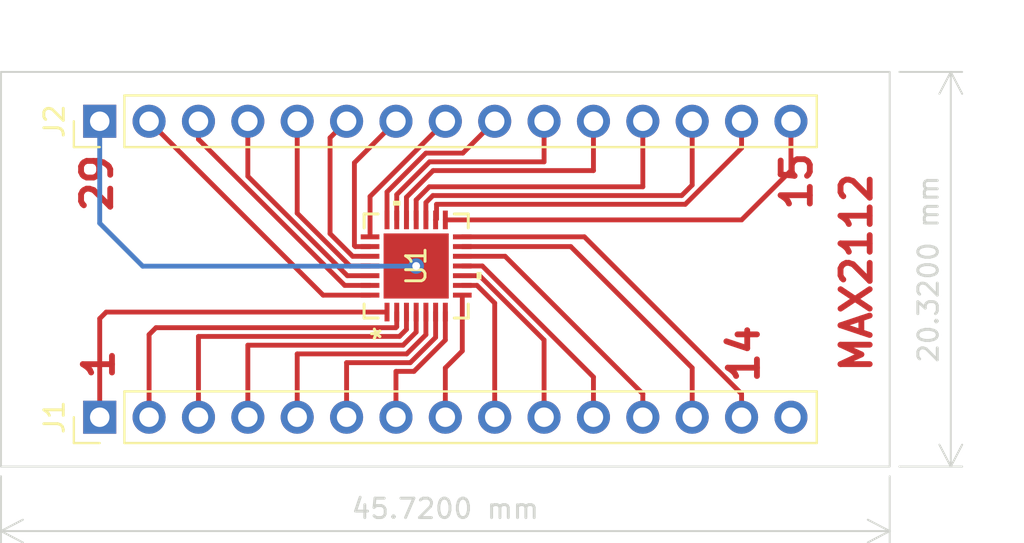
<source format=kicad_pcb>
(kicad_pcb (version 20221018) (generator pcbnew)
  (layers (0 "F.Cu" signal) (31 "B.Cu" signal) (34 "B.Paste" user) (35 "F.Paste" user) (36 "B.SilkS" user "B.Silkscreen") (37 "F.SilkS" user "F.Silkscreen") (38 "B.Mask" user) (39 "F.Mask" user) (44 "Edge.Cuts" user))
  (net 0 "")
  (net 1 "Net-(J2-Pin_1)")
  (net 2 "Net-(J2-Pin_2)")
  (net 3 "Net-(J2-Pin_3)")
  (net 4 "Net-(J2-Pin_4)")
  (net 5 "Net-(J2-Pin_5)")
  (net 6 "Net-(J2-Pin_6)")
  (net 7 "Net-(J2-Pin_7)")
  (net 8 "Net-(J2-Pin_8)")
  (net 9 "Net-(J2-Pin_9)")
  (net 10 "Net-(J2-Pin_10)")
  (net 11 "Net-(J2-Pin_11)")
  (net 12 "Net-(J2-Pin_12)")
  (net 13 "Net-(J2-Pin_13)")
  (net 14 "Net-(J2-Pin_14)")
  (net 15 "Net-(J1-Pin_14)")
  (net 16 "Net-(J1-Pin_13)")
  (net 17 "Net-(J1-Pin_12)")
  (net 18 "Net-(J1-Pin_11)")
  (net 19 "Net-(J1-Pin_10)")
  (net 20 "Net-(J1-Pin_9)")
  (net 21 "Net-(J1-Pin_8)")
  (net 22 "Net-(J1-Pin_7)")
  (net 23 "Net-(J1-Pin_6)")
  (net 24 "Net-(J1-Pin_5)")
  (net 25 "Net-(J1-Pin_4)")
  (net 26 "Net-(J1-Pin_3)")
  (net 27 "Net-(J1-Pin_2)")
  (net 28 "Net-(J1-Pin_1)")
  (net 30 "Net-(J2-Pin_15)")
  (footprint "footprints:21-0140L_T2855-3_MXM" (layer "F.Cu") (at 141.8741 95.02 90)
    (fp_text reference "U1" (at 0 0 90 unlocked) (layer "F.SilkS"))
    (fp_text value "MAX2121ETI+")
    (fp_text user "*" (at -3.4877 -1.75 90 unlocked) (layer "F.SilkS"))
    (fp_text user "*" (at -3.4877 -1.75 90) (layer "F.SilkS"))
    (fp_line (start -2.6797 -2.6797) (end -2.6797 -1.96014) (stroke (width 0.1524)) (layer "F.SilkS"))
    (fp_line (start -2.6797 1.96014) (end -2.6797 2.6797) (stroke (width 0.1524)) (layer "F.SilkS"))
    (fp_line (start -2.6797 2.6797) (end -1.96014 2.6797) (stroke (width 0.1524)) (layer "F.SilkS"))
    (fp_line (start -1.96014 -2.6797) (end -2.6797 -2.6797) (stroke (width 0.1524)) (layer "F.SilkS"))
    (fp_line (start 1.96014 2.6797) (end 2.6797 2.6797) (stroke (width 0.1524)) (layer "F.SilkS"))
    (fp_line (start 2.6797 -2.6797) (end 1.96014 -2.6797) (stroke (width 0.1524)) (layer "F.SilkS"))
    (fp_line (start 2.6797 -1.96014) (end 2.6797 -2.6797) (stroke (width 0.1524)) (layer "F.SilkS"))
    (fp_line (start 2.6797 2.6797) (end 2.6797 1.96014) (stroke (width 0.1524)) (layer "F.SilkS"))
    (fp_poly (pts (xy -0.690499 3.106699) (xy -0.690499 3.360699) (xy -0.309499 3.360699) (xy -0.309499 3.106699)) (fill solid) (layer "F.SilkS"))
    (fp_poly (pts (xy 3.360699 -1.190501) (xy 3.360699 -0.809501) (xy 3.106699 -0.809501) (xy 3.106699 -1.190501)) (fill solid) (layer "F.SilkS"))
    (pad "1" smd rect (at -2.3725 -1.5 180) (size 0.2548 0.960399) (layers "F.Cu" "F.Paste" "F.Mask") (net 28 "Net-(J1-Pin_1)"))
    (pad "2" smd rect (at -2.3725 -1.000001 180) (size 0.2548 0.960399) (layers "F.Cu" "F.Paste" "F.Mask") (net 27 "Net-(J1-Pin_2)"))
    (pad "3" smd rect (at -2.3725 -0.499999 180) (size 0.2548 0.960399) (layers "F.Cu" "F.Paste" "F.Mask") (net 26 "Net-(J1-Pin_3)"))
    (pad "4" smd rect (at -2.3725 0 180) (size 0.2548 0.960399) (layers "F.Cu" "F.Paste" "F.Mask") (net 25 "Net-(J1-Pin_4)"))
    (pad "5" smd rect (at -2.3725 0.499999 180) (size 0.2548 0.960399) (layers "F.Cu" "F.Paste" "F.Mask") (net 24 "Net-(J1-Pin_5)"))
    (pad "6" smd rect (at -2.3725 1.000001 180) (size 0.2548 0.960399) (layers "F.Cu" "F.Paste" "F.Mask") (net 23 "Net-(J1-Pin_6)"))
    (pad "7" smd rect (at -2.3725 1.5 180) (size 0.2548 0.960399) (layers "F.Cu" "F.Paste" "F.Mask") (net 22 "Net-(J1-Pin_7)"))
    (pad "8" smd rect (at -1.5 2.3725 90) (size 0.2548 0.960399) (layers "F.Cu" "F.Paste" "F.Mask") (net 21 "Net-(J1-Pin_8)"))
    (pad "9" smd rect (at -1.000001 2.3725 90) (size 0.2548 0.960399) (layers "F.Cu" "F.Paste" "F.Mask") (net 20 "Net-(J1-Pin_9)"))
    (pad "10" smd rect (at -0.499999 2.3725 90) (size 0.2548 0.960399) (layers "F.Cu" "F.Paste" "F.Mask") (net 19 "Net-(J1-Pin_10)"))
    (pad "11" smd rect (at 0 2.3725 90) (size 0.2548 0.960399) (layers "F.Cu" "F.Paste" "F.Mask") (net 18 "Net-(J1-Pin_11)"))
    (pad "12" smd rect (at 0.499999 2.3725 90) (size 0.2548 0.960399) (layers "F.Cu" "F.Paste" "F.Mask") (net 17 "Net-(J1-Pin_12)"))
    (pad "13" smd rect (at 1.000001 2.3725 90) (size 0.2548 0.960399) (layers "F.Cu" "F.Paste" "F.Mask") (net 16 "Net-(J1-Pin_13)"))
    (pad "14" smd rect (at 1.5 2.3725 90) (size 0.2548 0.960399) (layers "F.Cu" "F.Paste" "F.Mask") (net 15 "Net-(J1-Pin_14)"))
    (pad "15" smd rect (at 2.3725 1.5 180) (size 0.2548 0.960399) (layers "F.Cu" "F.Paste" "F.Mask") (net 30 "Net-(J2-Pin_15)"))
    (pad "16" smd rect (at 2.3725 1.000001 180) (size 0.2548 0.960399) (layers "F.Cu" "F.Paste" "F.Mask") (net 14 "Net-(J2-Pin_14)"))
    (pad "17" smd rect (at 2.3725 0.499999 180) (size 0.2548 0.960399) (layers "F.Cu" "F.Paste" "F.Mask") (net 13 "Net-(J2-Pin_13)"))
    (pad "18" smd rect (at 2.3725 0 180) (size 0.2548 0.960399) (layers "F.Cu" "F.Paste" "F.Mask") (net 12 "Net-(J2-Pin_12)"))
    (pad "19" smd rect (at 2.3725 -0.499999 180) (size 0.2548 0.960399) (layers "F.Cu" "F.Paste" "F.Mask") (net 11 "Net-(J2-Pin_11)"))
    (pad "20" smd rect (at 2.3725 -1.000001 180) (size 0.2548 0.960399) (layers "F.Cu" "F.Paste" "F.Mask") (net 10 "Net-(J2-Pin_10)"))
    (pad "21" smd rect (at 2.3725 -1.5 180) (size 0.2548 0.960399) (layers "F.Cu" "F.Paste" "F.Mask") (net 9 "Net-(J2-Pin_9)"))
    (pad "22" smd rect (at 1.5 -2.3725 90) (size 0.2548 0.960399) (layers "F.Cu" "F.Paste" "F.Mask") (net 8 "Net-(J2-Pin_8)"))
    (pad "23" smd rect (at 1.000001 -2.3725 90) (size 0.2548 0.960399) (layers "F.Cu" "F.Paste" "F.Mask") (net 7 "Net-(J2-Pin_7)"))
    (pad "24" smd rect (at 0.499999 -2.3725 90) (size 0.2548 0.960399) (layers "F.Cu" "F.Paste" "F.Mask") (net 6 "Net-(J2-Pin_6)"))
    (pad "25" smd rect (at 0 -2.3725 90) (size 0.2548 0.960399) (layers "F.Cu" "F.Paste" "F.Mask") (net 5 "Net-(J2-Pin_5)"))
    (pad "26" smd rect (at -0.499999 -2.3725 90) (size 0.2548 0.960399) (layers "F.Cu" "F.Paste" "F.Mask") (net 4 "Net-(J2-Pin_4)"))
    (pad "27" smd rect (at -1.000001 -2.3725 90) (size 0.2548 0.960399) (layers "F.Cu" "F.Paste" "F.Mask") (net 3 "Net-(J2-Pin_3)"))
    (pad "28" smd rect (at -1.5 -2.3725 90) (size 0.2548 0.960399) (layers "F.Cu" "F.Paste" "F.Mask") (net 2 "Net-(J2-Pin_2)"))
    (pad "29" smd rect (at 0 0 90) (size 3.3528 3.3528) (layers "F.Cu" "F.Mask") (net 1 "Net-(J2-Pin_1)"))
  )
  (footprint "Connector_PinHeader_2.54mm:PinHeader_1x15_P2.54mm_Vertical" (layer "F.Cu") (at 125.5941 102.8075 90)
    (fp_text reference "J1" (at 0 -2.33 90) (layer "F.SilkS"))
    (fp_text value "Conn_01x15_Pin")
    (fp_line (start -1.33 -1.33) (end 0 -1.33) (stroke (width 0.12)) (layer "F.SilkS"))
    (fp_line (start -1.33 0) (end -1.33 -1.33) (stroke (width 0.12)) (layer "F.SilkS"))
    (fp_line (start -1.33 1.27) (end -1.33 36.89) (stroke (width 0.12)) (layer "F.SilkS"))
    (fp_line (start -1.33 1.27) (end 1.33 1.27) (stroke (width 0.12)) (layer "F.SilkS"))
    (fp_line (start -1.33 36.89) (end 1.33 36.89) (stroke (width 0.12)) (layer "F.SilkS"))
    (fp_line (start 1.33 1.27) (end 1.33 36.89) (stroke (width 0.12)) (layer "F.SilkS"))
    (pad "1" thru_hole rect (at 0 0 90) (size 1.7 1.7) (drill 1) (layers "*.Cu" "*.Mask") (net 28 "Net-(J1-Pin_1)"))
    (pad "2" thru_hole oval (at 0 2.54 90) (size 1.7 1.7) (drill 1) (layers "*.Cu" "*.Mask") (net 27 "Net-(J1-Pin_2)"))
    (pad "3" thru_hole oval (at 0 5.08 90) (size 1.7 1.7) (drill 1) (layers "*.Cu" "*.Mask") (net 26 "Net-(J1-Pin_3)"))
    (pad "4" thru_hole oval (at 0 7.62 90) (size 1.7 1.7) (drill 1) (layers "*.Cu" "*.Mask") (net 25 "Net-(J1-Pin_4)"))
    (pad "5" thru_hole oval (at 0 10.16 90) (size 1.7 1.7) (drill 1) (layers "*.Cu" "*.Mask") (net 24 "Net-(J1-Pin_5)"))
    (pad "6" thru_hole oval (at 0 12.7 90) (size 1.7 1.7) (drill 1) (layers "*.Cu" "*.Mask") (net 23 "Net-(J1-Pin_6)"))
    (pad "7" thru_hole oval (at 0 15.24 90) (size 1.7 1.7) (drill 1) (layers "*.Cu" "*.Mask") (net 22 "Net-(J1-Pin_7)"))
    (pad "8" thru_hole oval (at 0 17.78 90) (size 1.7 1.7) (drill 1) (layers "*.Cu" "*.Mask") (net 21 "Net-(J1-Pin_8)"))
    (pad "9" thru_hole oval (at 0 20.32 90) (size 1.7 1.7) (drill 1) (layers "*.Cu" "*.Mask") (net 20 "Net-(J1-Pin_9)"))
    (pad "10" thru_hole oval (at 0 22.86 90) (size 1.7 1.7) (drill 1) (layers "*.Cu" "*.Mask") (net 19 "Net-(J1-Pin_10)"))
    (pad "11" thru_hole oval (at 0 25.4 90) (size 1.7 1.7) (drill 1) (layers "*.Cu" "*.Mask") (net 18 "Net-(J1-Pin_11)"))
    (pad "12" thru_hole oval (at 0 27.94 90) (size 1.7 1.7) (drill 1) (layers "*.Cu" "*.Mask") (net 17 "Net-(J1-Pin_12)"))
    (pad "13" thru_hole oval (at 0 30.48 90) (size 1.7 1.7) (drill 1) (layers "*.Cu" "*.Mask") (net 16 "Net-(J1-Pin_13)"))
    (pad "14" thru_hole oval (at 0 33.02 90) (size 1.7 1.7) (drill 1) (layers "*.Cu" "*.Mask") (net 15 "Net-(J1-Pin_14)"))
    (pad "15" thru_hole oval (at 0 35.56 90) (size 1.7 1.7) (drill 1) (layers "*.Cu" "*.Mask"))
  )
  (footprint "Connector_PinHeader_2.54mm:PinHeader_1x15_P2.54mm_Vertical" (layer "F.Cu") (at 125.5941 87.5675 90)
    (fp_text reference "J2" (at 0 -2.33 90) (layer "F.SilkS"))
    (fp_text value "Conn_01x15_Pin")
    (fp_line (start -1.33 -1.33) (end 0 -1.33) (stroke (width 0.12)) (layer "F.SilkS"))
    (fp_line (start -1.33 0) (end -1.33 -1.33) (stroke (width 0.12)) (layer "F.SilkS"))
    (fp_line (start -1.33 1.27) (end -1.33 36.89) (stroke (width 0.12)) (layer "F.SilkS"))
    (fp_line (start -1.33 1.27) (end 1.33 1.27) (stroke (width 0.12)) (layer "F.SilkS"))
    (fp_line (start -1.33 36.89) (end 1.33 36.89) (stroke (width 0.12)) (layer "F.SilkS"))
    (fp_line (start 1.33 1.27) (end 1.33 36.89) (stroke (width 0.12)) (layer "F.SilkS"))
    (pad "1" thru_hole rect (at 0 0 90) (size 1.7 1.7) (drill 1) (layers "*.Cu" "*.Mask") (net 1 "Net-(J2-Pin_1)"))
    (pad "2" thru_hole oval (at 0 2.54 90) (size 1.7 1.7) (drill 1) (layers "*.Cu" "*.Mask") (net 2 "Net-(J2-Pin_2)"))
    (pad "3" thru_hole oval (at 0 5.08 90) (size 1.7 1.7) (drill 1) (layers "*.Cu" "*.Mask") (net 3 "Net-(J2-Pin_3)"))
    (pad "4" thru_hole oval (at 0 7.62 90) (size 1.7 1.7) (drill 1) (layers "*.Cu" "*.Mask") (net 4 "Net-(J2-Pin_4)"))
    (pad "5" thru_hole oval (at 0 10.16 90) (size 1.7 1.7) (drill 1) (layers "*.Cu" "*.Mask") (net 5 "Net-(J2-Pin_5)"))
    (pad "6" thru_hole oval (at 0 12.7 90) (size 1.7 1.7) (drill 1) (layers "*.Cu" "*.Mask") (net 6 "Net-(J2-Pin_6)"))
    (pad "7" thru_hole oval (at 0 15.24 90) (size 1.7 1.7) (drill 1) (layers "*.Cu" "*.Mask") (net 7 "Net-(J2-Pin_7)"))
    (pad "8" thru_hole oval (at 0 17.78 90) (size 1.7 1.7) (drill 1) (layers "*.Cu" "*.Mask") (net 8 "Net-(J2-Pin_8)"))
    (pad "9" thru_hole oval (at 0 20.32 90) (size 1.7 1.7) (drill 1) (layers "*.Cu" "*.Mask") (net 9 "Net-(J2-Pin_9)"))
    (pad "10" thru_hole oval (at 0 22.86 90) (size 1.7 1.7) (drill 1) (layers "*.Cu" "*.Mask") (net 10 "Net-(J2-Pin_10)"))
    (pad "11" thru_hole oval (at 0 25.4 90) (size 1.7 1.7) (drill 1) (layers "*.Cu" "*.Mask") (net 11 "Net-(J2-Pin_11)"))
    (pad "12" thru_hole oval (at 0 27.94 90) (size 1.7 1.7) (drill 1) (layers "*.Cu" "*.Mask") (net 12 "Net-(J2-Pin_12)"))
    (pad "13" thru_hole oval (at 0 30.48 90) (size 1.7 1.7) (drill 1) (layers "*.Cu" "*.Mask") (net 13 "Net-(J2-Pin_13)"))
    (pad "14" thru_hole oval (at 0 33.02 90) (size 1.7 1.7) (drill 1) (layers "*.Cu" "*.Mask") (net 14 "Net-(J2-Pin_14)"))
    (pad "15" thru_hole oval (at 0 35.56 90) (size 1.7 1.7) (drill 1) (layers "*.Cu" "*.Mask") (net 30 "Net-(J2-Pin_15)"))
  )
  (gr_rect (start 120.5141 105.3475) (end 166.2341 85.0275) (stroke (width 0.1)) (fill none) (layer "Edge.Cuts"))
  (gr_text "15" (at 162.3241 92.2875 90) (layer "F.Cu") (effects (font (size 1.5 1.5) (thickness 0.3) bold) (justify left bottom)))
  (gr_text "29" (at 126.3341 92.3775 90) (layer "F.Cu") (effects (font (size 1.5 1.5) (thickness 0.3) bold) (justify left bottom)))
  (gr_text "1" (at 126.4241 100.9875 90) (layer "F.Cu") (effects (font (size 1.5 1.5) (thickness 0.3) bold) (justify left bottom)))
  (gr_text "MAX2112" (at 165.4041 100.6275 90) (layer "F.Cu") (effects (font (size 1.5 1.5) (thickness 0.3) bold) (justify left bottom)))
  (gr_text "14" (at 159.6041 101.1675 90) (layer "F.Cu") (effects (font (size 1.5 1.5) (thickness 0.3) bold) (justify left bottom)))
  (dimension (type aligned) (layer "Edge.Cuts") (pts (xy 166.2341 105.3475) (xy 120.5141 105.3475)) (height -3.323) (gr_text "45,7200 mm" (at 143.3741 107.5205) (layer "Edge.Cuts") (effects (font (size 1 1) (thickness 0.15)))) (format (prefix "") (suffix "") (units 3) (units_format 1) (precision 4)) (style (thickness 0.1) (arrow_length 1.27) (text_position_mode 0) (extension_height 0.58642) (extension_offset 0.5) keep_text_aligned))
  (dimension (type aligned) (layer "Edge.Cuts") (pts (xy 166.2341 105.3475) (xy 166.2341 85.0275)) (height 3.142999) (gr_text "20,3200 mm" (at 168.227099 95.1875 90) (layer "Edge.Cuts") (effects (font (size 1 1) (thickness 0.15)))) (format (prefix "") (suffix "") (units 3) (units_format 1) (precision 4)) (style (thickness 0.1) (arrow_length 1.27) (text_position_mode 0) (extension_height 0.58642) (extension_offset 0.5) keep_text_aligned))
  (via (at 141.8741 95.02) (size 0.8) (drill 0.4) (layers "F.Cu" "B.Cu") (net 1))
  (segment (start 127.8041 95.0275) (end 141.8666 95.0275) (width 0.25) (layer "B.Cu") (net 1))
  (segment (start 125.5941 92.8175) (end 127.8041 95.0275) (width 0.25) (layer "B.Cu") (net 1))
  (segment (start 141.8666 95.0275) (end 141.8741 95.02) (width 0.25) (layer "B.Cu") (net 1))
  (segment (start 125.5941 87.5675) (end 125.5941 92.8175) (width 0.25) (layer "B.Cu") (net 1))
  (segment (start 139.5016 96.52) (end 137.0866 96.52) (width 0.25) (layer "F.Cu") (net 2))
  (segment (start 137.0866 96.52) (end 128.1341 87.5675) (width 0.25) (layer "F.Cu") (net 2))
  (segment (start 130.6741 88.495683) (end 130.6741 87.5675) (width 0.25) (layer "F.Cu") (net 3))
  (segment (start 139.5016 96.020001) (end 138.198418 96.020001) (width 0.25) (layer "F.Cu") (net 3))
  (segment (start 138.198418 96.020001) (end 130.6741 88.495683) (width 0.25) (layer "F.Cu") (net 3))
  (segment (start 138.334812 95.519999) (end 133.2141 90.399287) (width 0.25) (layer "F.Cu") (net 4))
  (segment (start 133.2141 90.399287) (end 133.2141 87.5675) (width 0.25) (layer "F.Cu") (net 4))
  (segment (start 139.5016 95.519999) (end 138.334812 95.519999) (width 0.25) (layer "F.Cu") (net 4))
  (segment (start 135.7541 92.302891) (end 138.471209 95.02) (width 0.25) (layer "F.Cu") (net 5))
  (segment (start 138.471209 95.02) (end 139.5016 95.02) (width 0.25) (layer "F.Cu") (net 5))
  (segment (start 135.7541 87.5675) (end 135.7541 92.302891) (width 0.25) (layer "F.Cu") (net 5))
  (segment (start 139.5016 94.520001) (end 138.607606 94.520001) (width 0.25) (layer "F.Cu") (net 6))
  (segment (start 137.4441 88.4175) (end 138.2941 87.5675) (width 0.25) (layer "F.Cu") (net 6))
  (segment (start 138.607606 94.520001) (end 137.4441 93.356495) (width 0.25) (layer "F.Cu") (net 6))
  (segment (start 137.4441 93.356495) (end 137.4441 88.4175) (width 0.25) (layer "F.Cu") (net 6))
  (segment (start 138.696401 89.705199) (end 138.696401 93.9724) (width 0.25) (layer "F.Cu") (net 7))
  (segment (start 138.696401 93.9724) (end 138.744 94.019999) (width 0.25) (layer "F.Cu") (net 7))
  (segment (start 138.744 94.019999) (end 139.5016 94.019999) (width 0.25) (layer "F.Cu") (net 7))
  (segment (start 140.8341 87.5675) (end 138.696401 89.705199) (width 0.25) (layer "F.Cu") (net 7))
  (segment (start 139.5016 91.44) (end 143.3741 87.5675) (width 0.25) (layer "F.Cu") (net 8))
  (segment (start 139.5016 93.52) (end 139.5016 91.44) (width 0.25) (layer "F.Cu") (net 8))
  (segment (start 144.2741 89.2075) (end 145.9141 87.5675) (width 0.25) (layer "F.Cu") (net 9))
  (segment (start 142.374521 89.2075) (end 144.2741 89.2075) (width 0.25) (layer "F.Cu") (net 9))
  (segment (start 140.3741 92.6475) (end 140.3741 91.207921) (width 0.25) (layer "F.Cu") (net 9))
  (segment (start 140.3741 91.207921) (end 142.374521 89.2075) (width 0.25) (layer "F.Cu") (net 9))
  (segment (start 148.4541 89.6575) (end 148.4541 87.5675) (width 0.25) (layer "F.Cu") (net 10))
  (segment (start 142.560917 89.6575) (end 148.4541 89.6575) (width 0.25) (layer "F.Cu") (net 10))
  (segment (start 140.874099 91.344318) (end 142.560917 89.6575) (width 0.25) (layer "F.Cu") (net 10))
  (segment (start 140.874099 92.6475) (end 140.874099 91.344318) (width 0.25) (layer "F.Cu") (net 10))
  (segment (start 150.9941 90.1075) (end 150.9941 87.5675) (width 0.25) (layer "F.Cu") (net 11))
  (segment (start 141.374101 92.6475) (end 141.374101 91.480712) (width 0.25) (layer "F.Cu") (net 11))
  (segment (start 141.374101 91.480712) (end 142.747313 90.1075) (width 0.25) (layer "F.Cu") (net 11))
  (segment (start 142.747313 90.1075) (end 150.9941 90.1075) (width 0.25) (layer "F.Cu") (net 11))
  (segment (start 141.8741 91.617109) (end 142.548908 90.942301) (width 0.25) (layer "F.Cu") (net 12))
  (segment (start 141.8741 92.6475) (end 141.8741 91.617109) (width 0.25) (layer "F.Cu") (net 12))
  (segment (start 153.5341 90.942301) (end 153.5341 87.5675) (width 0.25) (layer "F.Cu") (net 12))
  (segment (start 142.548908 90.942301) (end 153.5341 90.942301) (width 0.25) (layer "F.Cu") (net 12))
  (segment (start 142.374099 92.6475) (end 142.374099 91.753506) (width 0.25) (layer "F.Cu") (net 13))
  (segment (start 156.0741 90.850706) (end 156.0741 87.5675) (width 0.25) (layer "F.Cu") (net 13))
  (segment (start 142.374099 91.753506) (end 142.735304 91.392301) (width 0.25) (layer "F.Cu") (net 13))
  (segment (start 142.735304 91.392301) (end 155.532505 91.392301) (width 0.25) (layer "F.Cu") (net 13))
  (segment (start 155.532505 91.392301) (end 156.0741 90.850706) (width 0.25) (layer "F.Cu") (net 13))
  (segment (start 158.6141 87.5675) (end 158.6141 88.947102) (width 0.25) (layer "F.Cu") (net 14))
  (segment (start 142.874101 92.6475) (end 142.9217 92.599901) (width 0.25) (layer "F.Cu") (net 14))
  (segment (start 158.6141 88.947102) (end 155.718901 91.842301) (width 0.25) (layer "F.Cu") (net 14))
  (segment (start 142.9217 92.599901) (end 142.9217 91.842301) (width 0.25) (layer "F.Cu") (net 14))
  (segment (start 142.9217 91.842301) (end 155.718901 91.842301) (width 0.25) (layer "F.Cu") (net 14))
  (segment (start 150.528681 93.52) (end 158.6141 101.605419) (width 0.25) (layer "F.Cu") (net 15))
  (segment (start 158.6141 101.605419) (end 158.6141 102.8075) (width 0.25) (layer "F.Cu") (net 15))
  (segment (start 144.2466 93.52) (end 150.528681 93.52) (width 0.25) (layer "F.Cu") (net 15))
  (segment (start 156.0741 100.2675) (end 156.0741 102.8075) (width 0.25) (layer "F.Cu") (net 16))
  (segment (start 149.826599 94.019999) (end 156.0741 100.2675) (width 0.25) (layer "F.Cu") (net 16))
  (segment (start 144.2466 94.019999) (end 149.826599 94.019999) (width 0.25) (layer "F.Cu") (net 16))
  (segment (start 146.448682 94.520001) (end 153.5341 101.605419) (width 0.25) (layer "F.Cu") (net 17))
  (segment (start 153.5341 101.605419) (end 153.5341 102.8075) (width 0.25) (layer "F.Cu") (net 17))
  (segment (start 144.2466 94.520001) (end 146.448682 94.520001) (width 0.25) (layer "F.Cu") (net 17))
  (segment (start 145.276991 95.02) (end 150.9941 100.737109) (width 0.25) (layer "F.Cu") (net 18))
  (segment (start 144.2466 95.02) (end 145.276991 95.02) (width 0.25) (layer "F.Cu") (net 18))
  (segment (start 150.9941 100.737109) (end 150.9941 102.8075) (width 0.25) (layer "F.Cu") (net 18))
  (segment (start 144.2466 95.519999) (end 145.140594 95.519999) (width 0.25) (layer "F.Cu") (net 19))
  (segment (start 145.140594 95.519999) (end 148.4541 98.833505) (width 0.25) (layer "F.Cu") (net 19))
  (segment (start 148.4541 98.833505) (end 148.4541 102.8075) (width 0.25) (layer "F.Cu") (net 19))
  (segment (start 145.9141 96.929901) (end 145.9141 102.8075) (width 0.25) (layer "F.Cu") (net 20))
  (segment (start 145.0042 96.020001) (end 145.9141 96.929901) (width 0.25) (layer "F.Cu") (net 20))
  (segment (start 144.2466 96.020001) (end 145.0042 96.020001) (width 0.25) (layer "F.Cu") (net 20))
  (segment (start 143.3741 100.2675) (end 143.3741 102.8075) (width 0.25) (layer "F.Cu") (net 21))
  (segment (start 144.2466 99.395) (end 143.3741 100.2675) (width 0.25) (layer "F.Cu") (net 21))
  (segment (start 144.2466 96.52) (end 144.2466 99.395) (width 0.25) (layer "F.Cu") (net 21))
  (segment (start 143.3741 97.3925) (end 143.3741 98.832079) (width 0.25) (layer "F.Cu") (net 22))
  (segment (start 141.75848 100.447699) (end 140.8341 100.447699) (width 0.25) (layer "F.Cu") (net 22))
  (segment (start 143.3741 98.832079) (end 141.75848 100.447699) (width 0.25) (layer "F.Cu") (net 22))
  (segment (start 140.8341 100.447699) (end 140.8341 102.8075) (width 0.25) (layer "F.Cu") (net 22))
  (segment (start 141.572084 99.997699) (end 138.2941 99.997699) (width 0.25) (layer "F.Cu") (net 23))
  (segment (start 142.874101 98.695682) (end 141.572084 99.997699) (width 0.25) (layer "F.Cu") (net 23))
  (segment (start 142.874101 97.3925) (end 142.874101 98.695682) (width 0.25) (layer "F.Cu") (net 23))
  (segment (start 138.2941 99.997699) (end 138.2941 102.8075) (width 0.25) (layer "F.Cu") (net 23))
  (segment (start 135.7541 99.547699) (end 135.7541 102.8075) (width 0.25) (layer "F.Cu") (net 24))
  (segment (start 142.374099 98.559288) (end 141.385688 99.547699) (width 0.25) (layer "F.Cu") (net 24))
  (segment (start 141.385688 99.547699) (end 135.7541 99.547699) (width 0.25) (layer "F.Cu") (net 24))
  (segment (start 142.374099 97.3925) (end 142.374099 98.559288) (width 0.25) (layer "F.Cu") (net 24))
  (segment (start 141.8741 97.3925) (end 141.8741 98.422891) (width 0.25) (layer "F.Cu") (net 25))
  (segment (start 133.2141 99.097699) (end 133.2141 102.8075) (width 0.25) (layer "F.Cu") (net 25))
  (segment (start 141.8741 98.422891) (end 141.199292 99.097699) (width 0.25) (layer "F.Cu") (net 25))
  (segment (start 141.199292 99.097699) (end 133.2141 99.097699) (width 0.25) (layer "F.Cu") (net 25))
  (segment (start 141.012896 98.647699) (end 130.6741 98.647699) (width 0.25) (layer "F.Cu") (net 26))
  (segment (start 130.6741 98.647699) (end 130.6741 102.8075) (width 0.25) (layer "F.Cu") (net 26))
  (segment (start 141.374101 97.3925) (end 141.374101 98.286494) (width 0.25) (layer "F.Cu") (net 26))
  (segment (start 141.374101 98.286494) (end 141.012896 98.647699) (width 0.25) (layer "F.Cu") (net 26))
  (segment (start 128.1341 98.552898) (end 128.1341 102.8075) (width 0.25) (layer "F.Cu") (net 27))
  (segment (start 140.874099 98.1501) (end 140.8265 98.197699) (width 0.25) (layer "F.Cu") (net 27))
  (segment (start 140.8265 98.197699) (end 128.489299 98.197699) (width 0.25) (layer "F.Cu") (net 27))
  (segment (start 140.874099 97.3925) (end 140.874099 98.1501) (width 0.25) (layer "F.Cu") (net 27))
  (segment (start 128.489299 98.197699) (end 128.1341 98.552898) (width 0.25) (layer "F.Cu") (net 27))
  (segment (start 125.9291 97.3925) (end 125.5941 97.7275) (width 0.25) (layer "F.Cu") (net 28))
  (segment (start 140.3741 97.3925) (end 125.9291 97.3925) (width 0.25) (layer "F.Cu") (net 28))
  (segment (start 125.5941 97.7275) (end 125.5941 102.8075) (width 0.25) (layer "F.Cu") (net 28))
  (segment (start 143.3741 92.6475) (end 158.6141 92.6475) (width 0.25) (layer "F.Cu") (net 30))
  (segment (start 161.1541 90.1075) (end 161.1541 87.5675) (width 0.25) (layer "F.Cu") (net 30))
  (segment (start 158.6141 92.6475) (end 161.1541 90.1075) (width 0.25) (layer "F.Cu") (net 30))
)
</source>
